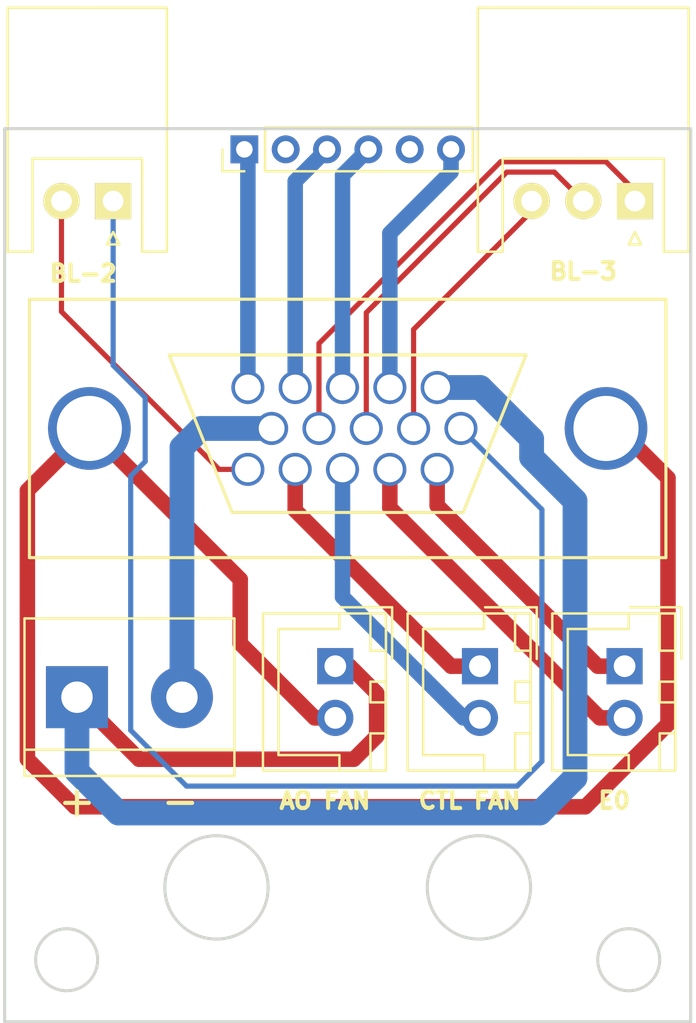
<source format=kicad_pcb>
(kicad_pcb (version 4) (host pcbnew 4.0.7)

  (general
    (links 18)
    (no_connects 0)
    (area 99.924999 99.924999 133.275001 143.275001)
    (thickness 1.6)
    (drawings 15)
    (tracks 78)
    (zones 0)
    (modules 8)
    (nets 19)
  )

  (page A4)
  (layers
    (0 F.Cu signal)
    (31 B.Cu signal)
    (32 B.Adhes user)
    (33 F.Adhes user)
    (34 B.Paste user)
    (35 F.Paste user)
    (36 B.SilkS user)
    (37 F.SilkS user)
    (38 B.Mask user)
    (39 F.Mask user)
    (40 Dwgs.User user)
    (41 Cmts.User user)
    (42 Eco1.User user)
    (43 Eco2.User user)
    (44 Edge.Cuts user)
    (45 Margin user)
    (46 B.CrtYd user)
    (47 F.CrtYd user)
    (48 B.Fab user)
    (49 F.Fab user)
  )

  (setup
    (last_trace_width 0.75)
    (user_trace_width 0.5)
    (user_trace_width 0.75)
    (user_trace_width 1.2)
    (trace_clearance 0.2)
    (zone_clearance 0.508)
    (zone_45_only no)
    (trace_min 0.2)
    (segment_width 0.2)
    (edge_width 0.15)
    (via_size 0.6)
    (via_drill 0.4)
    (via_min_size 0.4)
    (via_min_drill 0.3)
    (uvia_size 0.3)
    (uvia_drill 0.1)
    (uvias_allowed no)
    (uvia_min_size 0.2)
    (uvia_min_drill 0.1)
    (pcb_text_width 0.3)
    (pcb_text_size 1.5 1.5)
    (mod_edge_width 0.15)
    (mod_text_size 1 1)
    (mod_text_width 0.15)
    (pad_size 1.524 1.524)
    (pad_drill 0.762)
    (pad_to_mask_clearance 0.2)
    (aux_axis_origin 0 0)
    (visible_elements FFFFF77F)
    (pcbplotparams
      (layerselection 0x00030_80000001)
      (usegerberextensions false)
      (excludeedgelayer true)
      (linewidth 0.100000)
      (plotframeref false)
      (viasonmask false)
      (mode 1)
      (useauxorigin false)
      (hpglpennumber 1)
      (hpglpenspeed 20)
      (hpglpendiameter 15)
      (hpglpenoverlay 2)
      (psnegative false)
      (psa4output false)
      (plotreference true)
      (plotvalue true)
      (plotinvisibletext false)
      (padsonsilk false)
      (subtractmaskfromsilk false)
      (outputformat 1)
      (mirror false)
      (drillshape 1)
      (scaleselection 1)
      (outputdirectory ""))
  )

  (net 0 "")
  (net 1 BL2_2)
  (net 2 FAN_CTL_2)
  (net 3 FAN_CTL_1)
  (net 4 E0_1)
  (net 5 E0_2)
  (net 6 "Net-(J1-Pad5)")
  (net 7 "Net-(J1-Pad4)")
  (net 8 HEAT_+)
  (net 9 "Net-(J1-Pad2)")
  (net 10 "Net-(J1-Pad3)")
  (net 11 HEAT_-)
  (net 12 BL3_1)
  (net 13 BL3_2)
  (net 14 BL3_3)
  (net 15 GND)
  (net 16 BL2_1)
  (net 17 "Net-(J7-Pad2)")
  (net 18 "Net-(J7-Pad5)")

  (net_class Default "This is the default net class."
    (clearance 0.2)
    (trace_width 0.25)
    (via_dia 0.6)
    (via_drill 0.4)
    (uvia_dia 0.3)
    (uvia_drill 0.1)
    (add_net BL2_1)
    (add_net BL2_2)
    (add_net BL3_1)
    (add_net BL3_2)
    (add_net BL3_3)
    (add_net E0_1)
    (add_net E0_2)
    (add_net FAN_CTL_1)
    (add_net FAN_CTL_2)
    (add_net GND)
    (add_net HEAT_+)
    (add_net HEAT_-)
    (add_net "Net-(J1-Pad2)")
    (add_net "Net-(J1-Pad3)")
    (add_net "Net-(J1-Pad4)")
    (add_net "Net-(J1-Pad5)")
    (add_net "Net-(J7-Pad2)")
    (add_net "Net-(J7-Pad5)")
  )

  (module custom:VGA_Female (layer F.Cu) (tedit 5A2C73A7) (tstamp 5A2C682E)
    (at 116.6 114.5)
    (descr http://cdn.amphenol-icc.com/media/wysiwyg/files/drawing/10090929.pdf)
    (tags "VGA, HD15")
    (path /5A2C37B5)
    (fp_text reference J1 (at 0.508 5.334) (layer F.SilkS) hide
      (effects (font (size 1 1) (thickness 0.15)))
    )
    (fp_text value DB15_Control (at 0 -5.08) (layer F.Fab) hide
      (effects (font (size 1 1) (thickness 0.15)))
    )
    (fp_line (start 0 4.064) (end -5.588 4.064) (layer F.SilkS) (width 0.15))
    (fp_line (start -5.588 4.064) (end -8.636 -3.556) (layer F.SilkS) (width 0.15))
    (fp_line (start 0 -3.556) (end -8.636 -3.556) (layer F.SilkS) (width 0.15))
    (fp_line (start 0 -3.556) (end 8.636 -3.556) (layer F.SilkS) (width 0.15))
    (fp_line (start 8.636 -3.556) (end 5.588 4.064) (layer F.SilkS) (width 0.15))
    (fp_line (start 5.588 4.064) (end 0 4.064) (layer F.SilkS) (width 0.15))
    (fp_line (start 15.4 -6.25) (end 15.4 6.25) (layer F.SilkS) (width 0.15))
    (fp_line (start -15.4 -6.25) (end -15.4 6.25) (layer F.SilkS) (width 0.15))
    (fp_line (start 0 6.25) (end 15.4 6.25) (layer F.SilkS) (width 0.15))
    (fp_line (start -15.4 6.25) (end 0 6.25) (layer F.SilkS) (width 0.15))
    (fp_line (start -15.4 -6.25) (end 0 -6.25) (layer F.SilkS) (width 0.15))
    (fp_line (start 0 -6.25) (end 15.4 -6.25) (layer F.SilkS) (width 0.15))
    (pad 15 thru_hole circle (at -4.83 1.98) (size 1.6 1.6) (drill 1.25) (layers *.Cu *.Mask)
      (net 1 BL2_2))
    (pad 14 thru_hole circle (at -2.54 1.98) (size 1.6 1.6) (drill 1.25) (layers *.Cu *.Mask)
      (net 3 FAN_CTL_1))
    (pad 13 thru_hole circle (at -0.25 1.98) (size 1.6 1.6) (drill 1.25) (layers *.Cu *.Mask)
      (net 2 FAN_CTL_2))
    (pad 12 thru_hole circle (at 2.04 1.98) (size 1.6 1.6) (drill 1.25) (layers *.Cu *.Mask)
      (net 5 E0_2))
    (pad 11 thru_hole circle (at 4.33 1.98) (size 1.6 1.6) (drill 1.25) (layers *.Cu *.Mask)
      (net 4 E0_1))
    (pad 5 thru_hole circle (at -4.83 -1.98) (size 1.6 1.6) (drill 1.25) (layers *.Cu *.Mask)
      (net 6 "Net-(J1-Pad5)"))
    (pad 4 thru_hole circle (at -2.54 -1.98) (size 1.6 1.6) (drill 1.25) (layers *.Cu *.Mask)
      (net 7 "Net-(J1-Pad4)"))
    (pad 1 thru_hole circle (at 4.33 -1.98) (size 1.6 1.6) (drill 1.25) (layers *.Cu *.Mask)
      (net 8 HEAT_+))
    (pad 2 thru_hole circle (at 2.04 -1.98) (size 1.6 1.6) (drill 1.25) (layers *.Cu *.Mask)
      (net 9 "Net-(J1-Pad2)"))
    (pad 3 thru_hole circle (at -0.25 -1.98) (size 1.6 1.6) (drill 1.25) (layers *.Cu *.Mask)
      (net 10 "Net-(J1-Pad3)"))
    (pad 10 thru_hole circle (at -3.68 0) (size 1.6 1.6) (drill 1.25) (layers *.Cu *.Mask)
      (net 11 HEAT_-))
    (pad 9 thru_hole circle (at -1.39 0) (size 1.6 1.6) (drill 1.25) (layers *.Cu *.Mask)
      (net 12 BL3_1))
    (pad 8 thru_hole circle (at 0.9 0) (size 1.6 1.6) (drill 1.25) (layers *.Cu *.Mask)
      (net 13 BL3_2))
    (pad 7 thru_hole circle (at 3.19 0) (size 1.6 1.6) (drill 1.25) (layers *.Cu *.Mask)
      (net 14 BL3_3))
    (pad 0 thru_hole circle (at -12.5 0) (size 4 4) (drill 3.15) (layers *.Cu *.Mask)
      (net 15 GND))
    (pad 0 thru_hole circle (at 12.5 0) (size 4 4) (drill 3.15) (layers *.Cu *.Mask)
      (net 15 GND))
    (pad 6 thru_hole circle (at 5.48 0) (size 1.6 1.6) (drill 1.25) (layers *.Cu *.Mask)
      (net 16 BL2_1))
  )

  (module Connectors_JST:JST_XH_S02B-XH-A_02x2.50mm_Angled (layer F.Cu) (tedit 5A2C81D7) (tstamp 5A2C6834)
    (at 105.25 103.5 180)
    (descr "JST XH series connector, S02B-XH-A, side entry type, through hole")
    (tags "connector jst xh tht side horizontal angled 2.50mm")
    (path /5A2C38A8)
    (fp_text reference J2 (at 1.25 -3.5 180) (layer F.SilkS) hide
      (effects (font (size 1 1) (thickness 0.15)))
    )
    (fp_text value BL-2 (at 1.25 10.3 180) (layer F.Fab) hide
      (effects (font (size 1 1) (thickness 0.15)))
    )
    (fp_line (start -2.45 -2.3) (end -2.45 9.2) (layer F.Fab) (width 0.1))
    (fp_line (start -2.45 9.2) (end 4.95 9.2) (layer F.Fab) (width 0.1))
    (fp_line (start 4.95 9.2) (end 4.95 -2.3) (layer F.Fab) (width 0.1))
    (fp_line (start 4.95 -2.3) (end -2.45 -2.3) (layer F.Fab) (width 0.1))
    (fp_line (start -2.95 -2.8) (end -2.95 9.7) (layer F.CrtYd) (width 0.05))
    (fp_line (start -2.95 9.7) (end 5.45 9.7) (layer F.CrtYd) (width 0.05))
    (fp_line (start 5.45 9.7) (end 5.45 -2.8) (layer F.CrtYd) (width 0.05))
    (fp_line (start 5.45 -2.8) (end -2.95 -2.8) (layer F.CrtYd) (width 0.05))
    (fp_line (start 1.25 9.35) (end -2.6 9.35) (layer F.SilkS) (width 0.12))
    (fp_line (start -2.6 9.35) (end -2.6 -2.45) (layer F.SilkS) (width 0.12))
    (fp_line (start -2.6 -2.45) (end -1.4 -2.45) (layer F.SilkS) (width 0.12))
    (fp_line (start -1.4 -2.45) (end -1.4 2.05) (layer F.SilkS) (width 0.12))
    (fp_line (start -1.4 2.05) (end 1.25 2.05) (layer F.SilkS) (width 0.12))
    (fp_line (start 1.25 9.35) (end 5.1 9.35) (layer F.SilkS) (width 0.12))
    (fp_line (start 5.1 9.35) (end 5.1 -2.45) (layer F.SilkS) (width 0.12))
    (fp_line (start 5.1 -2.45) (end 3.9 -2.45) (layer F.SilkS) (width 0.12))
    (fp_line (start 3.9 -2.45) (end 3.9 2.05) (layer F.SilkS) (width 0.12))
    (fp_line (start 3.9 2.05) (end 1.25 2.05) (layer F.SilkS) (width 0.12))
    (fp_line (start -0.25 3.45) (end -0.25 8.7) (layer F.Fab) (width 0.1))
    (fp_line (start -0.25 8.7) (end 0.25 8.7) (layer F.Fab) (width 0.1))
    (fp_line (start 0.25 8.7) (end 0.25 3.45) (layer F.Fab) (width 0.1))
    (fp_line (start 0.25 3.45) (end -0.25 3.45) (layer F.Fab) (width 0.1))
    (fp_line (start 2.25 3.45) (end 2.25 8.7) (layer F.Fab) (width 0.1))
    (fp_line (start 2.25 8.7) (end 2.75 8.7) (layer F.Fab) (width 0.1))
    (fp_line (start 2.75 8.7) (end 2.75 3.45) (layer F.Fab) (width 0.1))
    (fp_line (start 2.75 3.45) (end 2.25 3.45) (layer F.Fab) (width 0.1))
    (fp_line (start 0 -1.5) (end -0.3 -2.1) (layer F.SilkS) (width 0.12))
    (fp_line (start -0.3 -2.1) (end 0.3 -2.1) (layer F.SilkS) (width 0.12))
    (fp_line (start 0.3 -2.1) (end 0 -1.5) (layer F.SilkS) (width 0.12))
    (fp_line (start 0 -1.5) (end -0.3 -2.1) (layer F.Fab) (width 0.1))
    (fp_line (start -0.3 -2.1) (end 0.3 -2.1) (layer F.Fab) (width 0.1))
    (fp_line (start 0.3 -2.1) (end 0 -1.5) (layer F.Fab) (width 0.1))
    (fp_text user %R (at 1.25 2.25 180) (layer F.Fab)
      (effects (font (size 1 1) (thickness 0.15)))
    )
    (pad 1 thru_hole rect (at 0 0 180) (size 1.75 1.75) (drill 1) (layers *.Cu *.Mask F.SilkS)
      (net 16 BL2_1))
    (pad 2 thru_hole circle (at 2.5 0 180) (size 1.75 1.75) (drill 1) (layers *.Cu *.Mask F.SilkS)
      (net 1 BL2_2))
    (model Connectors_JST.3dshapes/JST_XH_S02B-XH-A_02x2.50mm_Angled.wrl
      (at (xyz 0 0 0))
      (scale (xyz 1 1 1))
      (rotate (xyz 0 0 0))
    )
  )

  (module Connectors_JST:JST_XH_S03B-XH-A_03x2.50mm_Angled (layer F.Cu) (tedit 5A2C81E2) (tstamp 5A2C683B)
    (at 130.5 103.5 180)
    (descr "JST XH series connector, S03B-XH-A, side entry type, through hole")
    (tags "connector jst xh tht side horizontal angled 2.50mm")
    (path /5A2C4585)
    (fp_text reference J3 (at 2.5 -3.5 180) (layer F.SilkS) hide
      (effects (font (size 1 1) (thickness 0.15)))
    )
    (fp_text value BL-3 (at 2.5 10.3 180) (layer F.Fab) hide
      (effects (font (size 1 1) (thickness 0.15)))
    )
    (fp_line (start -2.45 -2.3) (end -2.45 9.2) (layer F.Fab) (width 0.1))
    (fp_line (start -2.45 9.2) (end 7.45 9.2) (layer F.Fab) (width 0.1))
    (fp_line (start 7.45 9.2) (end 7.45 -2.3) (layer F.Fab) (width 0.1))
    (fp_line (start 7.45 -2.3) (end -2.45 -2.3) (layer F.Fab) (width 0.1))
    (fp_line (start -2.95 -2.8) (end -2.95 9.7) (layer F.CrtYd) (width 0.05))
    (fp_line (start -2.95 9.7) (end 7.95 9.7) (layer F.CrtYd) (width 0.05))
    (fp_line (start 7.95 9.7) (end 7.95 -2.8) (layer F.CrtYd) (width 0.05))
    (fp_line (start 7.95 -2.8) (end -2.95 -2.8) (layer F.CrtYd) (width 0.05))
    (fp_line (start 2.5 9.35) (end -2.6 9.35) (layer F.SilkS) (width 0.12))
    (fp_line (start -2.6 9.35) (end -2.6 -2.45) (layer F.SilkS) (width 0.12))
    (fp_line (start -2.6 -2.45) (end -1.4 -2.45) (layer F.SilkS) (width 0.12))
    (fp_line (start -1.4 -2.45) (end -1.4 2.05) (layer F.SilkS) (width 0.12))
    (fp_line (start -1.4 2.05) (end 2.5 2.05) (layer F.SilkS) (width 0.12))
    (fp_line (start 2.5 9.35) (end 7.6 9.35) (layer F.SilkS) (width 0.12))
    (fp_line (start 7.6 9.35) (end 7.6 -2.45) (layer F.SilkS) (width 0.12))
    (fp_line (start 7.6 -2.45) (end 6.4 -2.45) (layer F.SilkS) (width 0.12))
    (fp_line (start 6.4 -2.45) (end 6.4 2.05) (layer F.SilkS) (width 0.12))
    (fp_line (start 6.4 2.05) (end 2.5 2.05) (layer F.SilkS) (width 0.12))
    (fp_line (start -0.25 3.45) (end -0.25 8.7) (layer F.Fab) (width 0.1))
    (fp_line (start -0.25 8.7) (end 0.25 8.7) (layer F.Fab) (width 0.1))
    (fp_line (start 0.25 8.7) (end 0.25 3.45) (layer F.Fab) (width 0.1))
    (fp_line (start 0.25 3.45) (end -0.25 3.45) (layer F.Fab) (width 0.1))
    (fp_line (start 2.25 3.45) (end 2.25 8.7) (layer F.Fab) (width 0.1))
    (fp_line (start 2.25 8.7) (end 2.75 8.7) (layer F.Fab) (width 0.1))
    (fp_line (start 2.75 8.7) (end 2.75 3.45) (layer F.Fab) (width 0.1))
    (fp_line (start 2.75 3.45) (end 2.25 3.45) (layer F.Fab) (width 0.1))
    (fp_line (start 4.75 3.45) (end 4.75 8.7) (layer F.Fab) (width 0.1))
    (fp_line (start 4.75 8.7) (end 5.25 8.7) (layer F.Fab) (width 0.1))
    (fp_line (start 5.25 8.7) (end 5.25 3.45) (layer F.Fab) (width 0.1))
    (fp_line (start 5.25 3.45) (end 4.75 3.45) (layer F.Fab) (width 0.1))
    (fp_line (start 0 -1.5) (end -0.3 -2.1) (layer F.SilkS) (width 0.12))
    (fp_line (start -0.3 -2.1) (end 0.3 -2.1) (layer F.SilkS) (width 0.12))
    (fp_line (start 0.3 -2.1) (end 0 -1.5) (layer F.SilkS) (width 0.12))
    (fp_line (start 0 -1.5) (end -0.3 -2.1) (layer F.Fab) (width 0.1))
    (fp_line (start -0.3 -2.1) (end 0.3 -2.1) (layer F.Fab) (width 0.1))
    (fp_line (start 0.3 -2.1) (end 0 -1.5) (layer F.Fab) (width 0.1))
    (fp_text user %R (at 2.5 2.25 180) (layer F.Fab)
      (effects (font (size 1 1) (thickness 0.15)))
    )
    (pad 1 thru_hole rect (at 0 0 180) (size 1.75 1.75) (drill 1) (layers *.Cu *.Mask F.SilkS)
      (net 12 BL3_1))
    (pad 2 thru_hole circle (at 2.5 0 180) (size 1.75 1.75) (drill 1) (layers *.Cu *.Mask F.SilkS)
      (net 13 BL3_2))
    (pad 3 thru_hole circle (at 5 0 180) (size 1.75 1.75) (drill 1) (layers *.Cu *.Mask F.SilkS)
      (net 14 BL3_3))
    (model Connectors_JST.3dshapes/JST_XH_S03B-XH-A_03x2.50mm_Angled.wrl
      (at (xyz 0 0 0))
      (scale (xyz 1 1 1))
      (rotate (xyz 0 0 0))
    )
  )

  (module Connectors_JST:JST_XH_B02B-XH-A_02x2.50mm_Straight (layer F.Cu) (tedit 5A2C6FA5) (tstamp 5A2C6841)
    (at 123 126 270)
    (descr "JST XH series connector, B02B-XH-A, top entry type, through hole")
    (tags "connector jst xh tht top vertical 2.50mm")
    (path /5A2C38DD)
    (fp_text reference J4 (at 1.25 -3.5 270) (layer F.SilkS) hide
      (effects (font (size 1 1) (thickness 0.15)))
    )
    (fp_text value FAN_CTL (at 1.25 4.5 270) (layer F.Fab) hide
      (effects (font (size 1 1) (thickness 0.15)))
    )
    (fp_line (start -2.45 -2.35) (end -2.45 3.4) (layer F.Fab) (width 0.1))
    (fp_line (start -2.45 3.4) (end 4.95 3.4) (layer F.Fab) (width 0.1))
    (fp_line (start 4.95 3.4) (end 4.95 -2.35) (layer F.Fab) (width 0.1))
    (fp_line (start 4.95 -2.35) (end -2.45 -2.35) (layer F.Fab) (width 0.1))
    (fp_line (start -2.95 -2.85) (end -2.95 3.9) (layer F.CrtYd) (width 0.05))
    (fp_line (start -2.95 3.9) (end 5.45 3.9) (layer F.CrtYd) (width 0.05))
    (fp_line (start 5.45 3.9) (end 5.45 -2.85) (layer F.CrtYd) (width 0.05))
    (fp_line (start 5.45 -2.85) (end -2.95 -2.85) (layer F.CrtYd) (width 0.05))
    (fp_line (start -2.55 -2.45) (end -2.55 3.5) (layer F.SilkS) (width 0.12))
    (fp_line (start -2.55 3.5) (end 5.05 3.5) (layer F.SilkS) (width 0.12))
    (fp_line (start 5.05 3.5) (end 5.05 -2.45) (layer F.SilkS) (width 0.12))
    (fp_line (start 5.05 -2.45) (end -2.55 -2.45) (layer F.SilkS) (width 0.12))
    (fp_line (start 0.75 -2.45) (end 0.75 -1.7) (layer F.SilkS) (width 0.12))
    (fp_line (start 0.75 -1.7) (end 1.75 -1.7) (layer F.SilkS) (width 0.12))
    (fp_line (start 1.75 -1.7) (end 1.75 -2.45) (layer F.SilkS) (width 0.12))
    (fp_line (start 1.75 -2.45) (end 0.75 -2.45) (layer F.SilkS) (width 0.12))
    (fp_line (start -2.55 -2.45) (end -2.55 -1.7) (layer F.SilkS) (width 0.12))
    (fp_line (start -2.55 -1.7) (end -0.75 -1.7) (layer F.SilkS) (width 0.12))
    (fp_line (start -0.75 -1.7) (end -0.75 -2.45) (layer F.SilkS) (width 0.12))
    (fp_line (start -0.75 -2.45) (end -2.55 -2.45) (layer F.SilkS) (width 0.12))
    (fp_line (start 3.25 -2.45) (end 3.25 -1.7) (layer F.SilkS) (width 0.12))
    (fp_line (start 3.25 -1.7) (end 5.05 -1.7) (layer F.SilkS) (width 0.12))
    (fp_line (start 5.05 -1.7) (end 5.05 -2.45) (layer F.SilkS) (width 0.12))
    (fp_line (start 5.05 -2.45) (end 3.25 -2.45) (layer F.SilkS) (width 0.12))
    (fp_line (start -2.55 -0.2) (end -1.8 -0.2) (layer F.SilkS) (width 0.12))
    (fp_line (start -1.8 -0.2) (end -1.8 2.75) (layer F.SilkS) (width 0.12))
    (fp_line (start -1.8 2.75) (end 1.25 2.75) (layer F.SilkS) (width 0.12))
    (fp_line (start 5.05 -0.2) (end 4.3 -0.2) (layer F.SilkS) (width 0.12))
    (fp_line (start 4.3 -0.2) (end 4.3 2.75) (layer F.SilkS) (width 0.12))
    (fp_line (start 4.3 2.75) (end 1.25 2.75) (layer F.SilkS) (width 0.12))
    (fp_line (start -0.35 -2.75) (end -2.85 -2.75) (layer F.SilkS) (width 0.12))
    (fp_line (start -2.85 -2.75) (end -2.85 -0.25) (layer F.SilkS) (width 0.12))
    (fp_line (start -0.35 -2.75) (end -2.85 -2.75) (layer F.Fab) (width 0.1))
    (fp_line (start -2.85 -2.75) (end -2.85 -0.25) (layer F.Fab) (width 0.1))
    (fp_text user %R (at 1.25 2.5 270) (layer F.Fab)
      (effects (font (size 1 1) (thickness 0.15)))
    )
    (pad 1 thru_hole rect (at 0 0 270) (size 1.75 1.75) (drill 1.05) (layers *.Cu *.Mask)
      (net 3 FAN_CTL_1))
    (pad 2 thru_hole circle (at 2.5 0 270) (size 1.75 1.75) (drill 1.05) (layers *.Cu *.Mask)
      (net 2 FAN_CTL_2))
    (model Connectors_JST.3dshapes/JST_XH_B02B-XH-A_02x2.50mm_Straight.wrl
      (at (xyz 0 0 0))
      (scale (xyz 1 1 1))
      (rotate (xyz 0 0 0))
    )
  )

  (module Connectors_JST:JST_XH_B02B-XH-A_02x2.50mm_Straight (layer F.Cu) (tedit 5A2C6F78) (tstamp 5A2C6847)
    (at 116 126 270)
    (descr "JST XH series connector, B02B-XH-A, top entry type, through hole")
    (tags "connector jst xh tht top vertical 2.50mm")
    (path /5A2C3900)
    (fp_text reference J5 (at 1.25 -3.5 270) (layer F.SilkS) hide
      (effects (font (size 1 1) (thickness 0.15)))
    )
    (fp_text value FAN_AO (at 1.25 4.5 270) (layer F.Fab) hide
      (effects (font (size 1 1) (thickness 0.15)))
    )
    (fp_line (start -2.45 -2.35) (end -2.45 3.4) (layer F.Fab) (width 0.1))
    (fp_line (start -2.45 3.4) (end 4.95 3.4) (layer F.Fab) (width 0.1))
    (fp_line (start 4.95 3.4) (end 4.95 -2.35) (layer F.Fab) (width 0.1))
    (fp_line (start 4.95 -2.35) (end -2.45 -2.35) (layer F.Fab) (width 0.1))
    (fp_line (start -2.95 -2.85) (end -2.95 3.9) (layer F.CrtYd) (width 0.05))
    (fp_line (start -2.95 3.9) (end 5.45 3.9) (layer F.CrtYd) (width 0.05))
    (fp_line (start 5.45 3.9) (end 5.45 -2.85) (layer F.CrtYd) (width 0.05))
    (fp_line (start 5.45 -2.85) (end -2.95 -2.85) (layer F.CrtYd) (width 0.05))
    (fp_line (start -2.55 -2.45) (end -2.55 3.5) (layer F.SilkS) (width 0.12))
    (fp_line (start -2.55 3.5) (end 5.05 3.5) (layer F.SilkS) (width 0.12))
    (fp_line (start 5.05 3.5) (end 5.05 -2.45) (layer F.SilkS) (width 0.12))
    (fp_line (start 5.05 -2.45) (end -2.55 -2.45) (layer F.SilkS) (width 0.12))
    (fp_line (start 0.75 -2.45) (end 0.75 -1.7) (layer F.SilkS) (width 0.12))
    (fp_line (start 0.75 -1.7) (end 1.75 -1.7) (layer F.SilkS) (width 0.12))
    (fp_line (start 1.75 -1.7) (end 1.75 -2.45) (layer F.SilkS) (width 0.12))
    (fp_line (start 1.75 -2.45) (end 0.75 -2.45) (layer F.SilkS) (width 0.12))
    (fp_line (start -2.55 -2.45) (end -2.55 -1.7) (layer F.SilkS) (width 0.12))
    (fp_line (start -2.55 -1.7) (end -0.75 -1.7) (layer F.SilkS) (width 0.12))
    (fp_line (start -0.75 -1.7) (end -0.75 -2.45) (layer F.SilkS) (width 0.12))
    (fp_line (start -0.75 -2.45) (end -2.55 -2.45) (layer F.SilkS) (width 0.12))
    (fp_line (start 3.25 -2.45) (end 3.25 -1.7) (layer F.SilkS) (width 0.12))
    (fp_line (start 3.25 -1.7) (end 5.05 -1.7) (layer F.SilkS) (width 0.12))
    (fp_line (start 5.05 -1.7) (end 5.05 -2.45) (layer F.SilkS) (width 0.12))
    (fp_line (start 5.05 -2.45) (end 3.25 -2.45) (layer F.SilkS) (width 0.12))
    (fp_line (start -2.55 -0.2) (end -1.8 -0.2) (layer F.SilkS) (width 0.12))
    (fp_line (start -1.8 -0.2) (end -1.8 2.75) (layer F.SilkS) (width 0.12))
    (fp_line (start -1.8 2.75) (end 1.25 2.75) (layer F.SilkS) (width 0.12))
    (fp_line (start 5.05 -0.2) (end 4.3 -0.2) (layer F.SilkS) (width 0.12))
    (fp_line (start 4.3 -0.2) (end 4.3 2.75) (layer F.SilkS) (width 0.12))
    (fp_line (start 4.3 2.75) (end 1.25 2.75) (layer F.SilkS) (width 0.12))
    (fp_line (start -0.35 -2.75) (end -2.85 -2.75) (layer F.SilkS) (width 0.12))
    (fp_line (start -2.85 -2.75) (end -2.85 -0.25) (layer F.SilkS) (width 0.12))
    (fp_line (start -0.35 -2.75) (end -2.85 -2.75) (layer F.Fab) (width 0.1))
    (fp_line (start -2.85 -2.75) (end -2.85 -0.25) (layer F.Fab) (width 0.1))
    (fp_text user %R (at 1.25 2.5 270) (layer F.Fab)
      (effects (font (size 1 1) (thickness 0.15)))
    )
    (pad 1 thru_hole rect (at 0 0 270) (size 1.75 1.75) (drill 1.05) (layers *.Cu *.Mask)
      (net 8 HEAT_+))
    (pad 2 thru_hole circle (at 2.5 0 270) (size 1.75 1.75) (drill 1.05) (layers *.Cu *.Mask)
      (net 15 GND))
    (model Connectors_JST.3dshapes/JST_XH_B02B-XH-A_02x2.50mm_Straight.wrl
      (at (xyz 0 0 0))
      (scale (xyz 1 1 1))
      (rotate (xyz 0 0 0))
    )
  )

  (module Connectors_JST:JST_XH_B02B-XH-A_02x2.50mm_Straight (layer F.Cu) (tedit 5A2C6FB1) (tstamp 5A2C684D)
    (at 130 126 270)
    (descr "JST XH series connector, B02B-XH-A, top entry type, through hole")
    (tags "connector jst xh tht top vertical 2.50mm")
    (path /5A2C3928)
    (fp_text reference J6 (at 1.25 -3.5 270) (layer F.SilkS) hide
      (effects (font (size 1 1) (thickness 0.15)))
    )
    (fp_text value EO (at 1.25 4.5 270) (layer F.Fab) hide
      (effects (font (size 1 1) (thickness 0.15)))
    )
    (fp_line (start -2.45 -2.35) (end -2.45 3.4) (layer F.Fab) (width 0.1))
    (fp_line (start -2.45 3.4) (end 4.95 3.4) (layer F.Fab) (width 0.1))
    (fp_line (start 4.95 3.4) (end 4.95 -2.35) (layer F.Fab) (width 0.1))
    (fp_line (start 4.95 -2.35) (end -2.45 -2.35) (layer F.Fab) (width 0.1))
    (fp_line (start -2.95 -2.85) (end -2.95 3.9) (layer F.CrtYd) (width 0.05))
    (fp_line (start -2.95 3.9) (end 5.45 3.9) (layer F.CrtYd) (width 0.05))
    (fp_line (start 5.45 3.9) (end 5.45 -2.85) (layer F.CrtYd) (width 0.05))
    (fp_line (start 5.45 -2.85) (end -2.95 -2.85) (layer F.CrtYd) (width 0.05))
    (fp_line (start -2.55 -2.45) (end -2.55 3.5) (layer F.SilkS) (width 0.12))
    (fp_line (start -2.55 3.5) (end 5.05 3.5) (layer F.SilkS) (width 0.12))
    (fp_line (start 5.05 3.5) (end 5.05 -2.45) (layer F.SilkS) (width 0.12))
    (fp_line (start 5.05 -2.45) (end -2.55 -2.45) (layer F.SilkS) (width 0.12))
    (fp_line (start 0.75 -2.45) (end 0.75 -1.7) (layer F.SilkS) (width 0.12))
    (fp_line (start 0.75 -1.7) (end 1.75 -1.7) (layer F.SilkS) (width 0.12))
    (fp_line (start 1.75 -1.7) (end 1.75 -2.45) (layer F.SilkS) (width 0.12))
    (fp_line (start 1.75 -2.45) (end 0.75 -2.45) (layer F.SilkS) (width 0.12))
    (fp_line (start -2.55 -2.45) (end -2.55 -1.7) (layer F.SilkS) (width 0.12))
    (fp_line (start -2.55 -1.7) (end -0.75 -1.7) (layer F.SilkS) (width 0.12))
    (fp_line (start -0.75 -1.7) (end -0.75 -2.45) (layer F.SilkS) (width 0.12))
    (fp_line (start -0.75 -2.45) (end -2.55 -2.45) (layer F.SilkS) (width 0.12))
    (fp_line (start 3.25 -2.45) (end 3.25 -1.7) (layer F.SilkS) (width 0.12))
    (fp_line (start 3.25 -1.7) (end 5.05 -1.7) (layer F.SilkS) (width 0.12))
    (fp_line (start 5.05 -1.7) (end 5.05 -2.45) (layer F.SilkS) (width 0.12))
    (fp_line (start 5.05 -2.45) (end 3.25 -2.45) (layer F.SilkS) (width 0.12))
    (fp_line (start -2.55 -0.2) (end -1.8 -0.2) (layer F.SilkS) (width 0.12))
    (fp_line (start -1.8 -0.2) (end -1.8 2.75) (layer F.SilkS) (width 0.12))
    (fp_line (start -1.8 2.75) (end 1.25 2.75) (layer F.SilkS) (width 0.12))
    (fp_line (start 5.05 -0.2) (end 4.3 -0.2) (layer F.SilkS) (width 0.12))
    (fp_line (start 4.3 -0.2) (end 4.3 2.75) (layer F.SilkS) (width 0.12))
    (fp_line (start 4.3 2.75) (end 1.25 2.75) (layer F.SilkS) (width 0.12))
    (fp_line (start -0.35 -2.75) (end -2.85 -2.75) (layer F.SilkS) (width 0.12))
    (fp_line (start -2.85 -2.75) (end -2.85 -0.25) (layer F.SilkS) (width 0.12))
    (fp_line (start -0.35 -2.75) (end -2.85 -2.75) (layer F.Fab) (width 0.1))
    (fp_line (start -2.85 -2.75) (end -2.85 -0.25) (layer F.Fab) (width 0.1))
    (fp_text user %R (at 1.25 2.5 270) (layer F.Fab)
      (effects (font (size 1 1) (thickness 0.15)))
    )
    (pad 1 thru_hole rect (at 0 0 270) (size 1.75 1.75) (drill 1.05) (layers *.Cu *.Mask)
      (net 4 E0_1))
    (pad 2 thru_hole circle (at 2.5 0 270) (size 1.75 1.75) (drill 1.05) (layers *.Cu *.Mask)
      (net 5 E0_2))
    (model Connectors_JST.3dshapes/JST_XH_B02B-XH-A_02x2.50mm_Straight.wrl
      (at (xyz 0 0 0))
      (scale (xyz 1 1 1))
      (rotate (xyz 0 0 0))
    )
  )

  (module Pin_Headers:Pin_Header_Straight_1x06_Pitch2.00mm (layer F.Cu) (tedit 5A2C81F4) (tstamp 5A2C6857)
    (at 111.6 101 90)
    (descr "Through hole straight pin header, 1x06, 2.00mm pitch, single row")
    (tags "Through hole pin header THT 1x06 2.00mm single row")
    (path /5A2C46D0)
    (fp_text reference J7 (at 0 -2.06 90) (layer F.SilkS) hide
      (effects (font (size 1 1) (thickness 0.15)))
    )
    (fp_text value Stepper (at 0 12.06 90) (layer F.Fab) hide
      (effects (font (size 1 1) (thickness 0.15)))
    )
    (fp_line (start -0.5 -1) (end 1 -1) (layer F.Fab) (width 0.1))
    (fp_line (start 1 -1) (end 1 11) (layer F.Fab) (width 0.1))
    (fp_line (start 1 11) (end -1 11) (layer F.Fab) (width 0.1))
    (fp_line (start -1 11) (end -1 -0.5) (layer F.Fab) (width 0.1))
    (fp_line (start -1 -0.5) (end -0.5 -1) (layer F.Fab) (width 0.1))
    (fp_line (start -1.06 11.06) (end 1.06 11.06) (layer F.SilkS) (width 0.12))
    (fp_line (start -1.06 1) (end -1.06 11.06) (layer F.SilkS) (width 0.12))
    (fp_line (start 1.06 1) (end 1.06 11.06) (layer F.SilkS) (width 0.12))
    (fp_line (start -1.06 1) (end 1.06 1) (layer F.SilkS) (width 0.12))
    (fp_line (start -1.06 0) (end -1.06 -1.06) (layer F.SilkS) (width 0.12))
    (fp_line (start -1.06 -1.06) (end 0 -1.06) (layer F.SilkS) (width 0.12))
    (fp_line (start -1.5 -1.5) (end -1.5 11.5) (layer F.CrtYd) (width 0.05))
    (fp_line (start -1.5 11.5) (end 1.5 11.5) (layer F.CrtYd) (width 0.05))
    (fp_line (start 1.5 11.5) (end 1.5 -1.5) (layer F.CrtYd) (width 0.05))
    (fp_line (start 1.5 -1.5) (end -1.5 -1.5) (layer F.CrtYd) (width 0.05))
    (fp_text user %R (at 0 5 180) (layer F.Fab)
      (effects (font (size 1 1) (thickness 0.15)))
    )
    (pad 1 thru_hole rect (at 0 0 90) (size 1.35 1.35) (drill 0.8) (layers *.Cu *.Mask)
      (net 6 "Net-(J1-Pad5)"))
    (pad 2 thru_hole oval (at 0 2 90) (size 1.35 1.35) (drill 0.8) (layers *.Cu *.Mask)
      (net 17 "Net-(J7-Pad2)"))
    (pad 3 thru_hole oval (at 0 4 90) (size 1.35 1.35) (drill 0.8) (layers *.Cu *.Mask)
      (net 7 "Net-(J1-Pad4)"))
    (pad 4 thru_hole oval (at 0 6 90) (size 1.35 1.35) (drill 0.8) (layers *.Cu *.Mask)
      (net 10 "Net-(J1-Pad3)"))
    (pad 5 thru_hole oval (at 0 8 90) (size 1.35 1.35) (drill 0.8) (layers *.Cu *.Mask)
      (net 18 "Net-(J7-Pad5)"))
    (pad 6 thru_hole oval (at 0 10 90) (size 1.35 1.35) (drill 0.8) (layers *.Cu *.Mask)
      (net 9 "Net-(J1-Pad2)"))
    (model ${KISYS3DMOD}/Pin_Headers.3dshapes/Pin_Header_Straight_1x06_Pitch2.00mm.wrl
      (at (xyz 0 0 0))
      (scale (xyz 1 1 1))
      (rotate (xyz 0 0 0))
    )
  )

  (module Connectors_Terminal_Blocks:TerminalBlock_bornier-2_P5.08mm (layer F.Cu) (tedit 5A2C81EB) (tstamp 5A2C685D)
    (at 103.5 127.5)
    (descr "simple 2-pin terminal block, pitch 5.08mm, revamped version of bornier2")
    (tags "terminal block bornier2")
    (path /5A2C48EE)
    (fp_text reference J8 (at 2.54 -5.08) (layer F.SilkS) hide
      (effects (font (size 1 1) (thickness 0.15)))
    )
    (fp_text value HEAT (at 2.54 5.08) (layer F.Fab) hide
      (effects (font (size 1 1) (thickness 0.15)))
    )
    (fp_text user %R (at 2.54 0) (layer F.Fab)
      (effects (font (size 1 1) (thickness 0.15)))
    )
    (fp_line (start -2.41 2.55) (end 7.49 2.55) (layer F.Fab) (width 0.1))
    (fp_line (start -2.46 -3.75) (end -2.46 3.75) (layer F.Fab) (width 0.1))
    (fp_line (start -2.46 3.75) (end 7.54 3.75) (layer F.Fab) (width 0.1))
    (fp_line (start 7.54 3.75) (end 7.54 -3.75) (layer F.Fab) (width 0.1))
    (fp_line (start 7.54 -3.75) (end -2.46 -3.75) (layer F.Fab) (width 0.1))
    (fp_line (start 7.62 2.54) (end -2.54 2.54) (layer F.SilkS) (width 0.12))
    (fp_line (start 7.62 3.81) (end 7.62 -3.81) (layer F.SilkS) (width 0.12))
    (fp_line (start 7.62 -3.81) (end -2.54 -3.81) (layer F.SilkS) (width 0.12))
    (fp_line (start -2.54 -3.81) (end -2.54 3.81) (layer F.SilkS) (width 0.12))
    (fp_line (start -2.54 3.81) (end 7.62 3.81) (layer F.SilkS) (width 0.12))
    (fp_line (start -2.71 -4) (end 7.79 -4) (layer F.CrtYd) (width 0.05))
    (fp_line (start -2.71 -4) (end -2.71 4) (layer F.CrtYd) (width 0.05))
    (fp_line (start 7.79 4) (end 7.79 -4) (layer F.CrtYd) (width 0.05))
    (fp_line (start 7.79 4) (end -2.71 4) (layer F.CrtYd) (width 0.05))
    (pad 1 thru_hole rect (at 0 0) (size 3 3) (drill 1.52) (layers *.Cu *.Mask)
      (net 8 HEAT_+))
    (pad 2 thru_hole circle (at 5.08 0) (size 3 3) (drill 1.52) (layers *.Cu *.Mask)
      (net 11 HEAT_-))
    (model ${KISYS3DMOD}/Terminal_Blocks.3dshapes/TerminalBlock_bornier-2_P5.08mm.wrl
      (at (xyz 0.1 0 0))
      (scale (xyz 1 1 1))
      (rotate (xyz 0 0 0))
    )
  )

  (gr_text BL-3 (at 128 106.9) (layer F.SilkS)
    (effects (font (size 0.8 0.8) (thickness 0.2)))
  )
  (gr_text BL-2 (at 103.8 107) (layer F.SilkS)
    (effects (font (size 0.8 0.8) (thickness 0.2)))
  )
  (gr_text - (at 108.5 132.5) (layer F.SilkS)
    (effects (font (size 1.5 1.5) (thickness 0.2)))
  )
  (gr_text + (at 103.5 132.5) (layer F.SilkS)
    (effects (font (size 1.5 1.5) (thickness 0.2)))
  )
  (gr_text E0 (at 129.5 132.5) (layer F.SilkS)
    (effects (font (size 0.8 0.8) (thickness 0.2)))
  )
  (gr_text "CTL FAN" (at 122.5 132.5) (layer F.SilkS)
    (effects (font (size 0.8 0.8) (thickness 0.2)))
  )
  (gr_text "AO FAN" (at 115.5 132.5) (layer F.SilkS)
    (effects (font (size 0.8 0.8) (thickness 0.2)))
  )
  (gr_circle (center 122.95 136.7) (end 125.45 136.7) (layer Edge.Cuts) (width 0.15) (tstamp 5A2C6C7E))
  (gr_circle (center 110.25 136.7) (end 112.75 136.7) (layer Edge.Cuts) (width 0.15))
  (gr_circle (center 130.2 140.2) (end 131.7 140.2) (layer Edge.Cuts) (width 0.15))
  (gr_circle (center 103 140.2) (end 104.5 140.2) (layer Edge.Cuts) (width 0.15))
  (gr_line (start 100 143.2) (end 133.2 143.2) (angle 90) (layer Edge.Cuts) (width 0.15))
  (gr_line (start 133.2 100) (end 133.2 143.2) (angle 90) (layer Edge.Cuts) (width 0.15))
  (gr_line (start 100 100) (end 100 143.2) (angle 90) (layer Edge.Cuts) (width 0.15))
  (gr_line (start 100 100) (end 133.2 100) (angle 90) (layer Edge.Cuts) (width 0.15))

  (segment (start 102.75 103.5) (end 102.75 108.85) (width 0.25) (layer F.Cu) (net 1))
  (segment (start 110.38 116.48) (end 111.77 116.48) (width 0.25) (layer F.Cu) (net 1) (tstamp 5A2C74AF))
  (segment (start 102.75 108.85) (end 110.38 116.48) (width 0.25) (layer F.Cu) (net 1) (tstamp 5A2C74A9))
  (segment (start 123 128.5) (end 122.2 128.5) (width 0.75) (layer B.Cu) (net 2))
  (segment (start 122.2 128.5) (end 116.35 122.65) (width 0.75) (layer B.Cu) (net 2) (tstamp 5A2C76E9))
  (segment (start 116.35 122.65) (end 116.35 116.48) (width 0.75) (layer B.Cu) (net 2) (tstamp 5A2C76EC))
  (segment (start 123 126) (end 121.6 126) (width 0.75) (layer F.Cu) (net 3))
  (segment (start 114.06 118.46) (end 114.06 116.48) (width 0.75) (layer F.Cu) (net 3) (tstamp 5A2C76DF))
  (segment (start 121.6 126) (end 114.06 118.46) (width 0.75) (layer F.Cu) (net 3) (tstamp 5A2C76DA))
  (segment (start 130 126) (end 128.7 126) (width 0.75) (layer F.Cu) (net 4))
  (segment (start 120.93 118.23) (end 120.93 116.48) (width 0.75) (layer F.Cu) (net 4) (tstamp 5A2C75F9))
  (segment (start 128.7 126) (end 120.93 118.23) (width 0.75) (layer F.Cu) (net 4) (tstamp 5A2C75F8))
  (segment (start 130 128.5) (end 128.8 128.5) (width 0.75) (layer F.Cu) (net 5))
  (segment (start 118.64 118.34) (end 118.64 116.48) (width 0.75) (layer F.Cu) (net 5) (tstamp 5A2C75F5))
  (segment (start 128.8 128.5) (end 118.64 118.34) (width 0.75) (layer F.Cu) (net 5) (tstamp 5A2C75F2))
  (segment (start 130 128.5) (end 129.3 128.5) (width 0.75) (layer F.Cu) (net 5))
  (segment (start 111.77 112.52) (end 111.77 101.17) (width 0.75) (layer B.Cu) (net 6))
  (segment (start 111.77 101.17) (end 111.6 101) (width 0.75) (layer B.Cu) (net 6) (tstamp 5A2C750F))
  (segment (start 111.77 101.17) (end 111.6 101) (width 0.5) (layer B.Cu) (net 6) (tstamp 5A2C72A4))
  (segment (start 114.06 112.52) (end 114.06 102.54) (width 0.75) (layer B.Cu) (net 7))
  (segment (start 114.06 102.54) (end 115.6 101) (width 0.75) (layer B.Cu) (net 7) (tstamp 5A2C7512))
  (segment (start 120.93 112.52) (end 123.02 112.52) (width 1.2) (layer B.Cu) (net 8))
  (segment (start 103.5 131.1) (end 103.5 127.5) (width 1.2) (layer B.Cu) (net 8) (tstamp 5A2C8310))
  (segment (start 105.5 133.1) (end 103.5 131.1) (width 1.2) (layer B.Cu) (net 8) (tstamp 5A2C830E))
  (segment (start 125.9 133.1) (end 105.5 133.1) (width 1.2) (layer B.Cu) (net 8) (tstamp 5A2C830B))
  (segment (start 127.6 131.4) (end 125.9 133.1) (width 1.2) (layer B.Cu) (net 8) (tstamp 5A2C830A))
  (segment (start 127.6 118) (end 127.6 131.4) (width 1.2) (layer B.Cu) (net 8) (tstamp 5A2C8303))
  (segment (start 125.5 115.9) (end 127.6 118) (width 1.2) (layer B.Cu) (net 8) (tstamp 5A2C8301))
  (segment (start 125.5 115) (end 125.5 115.9) (width 1.2) (layer B.Cu) (net 8) (tstamp 5A2C82FC))
  (segment (start 123.02 112.52) (end 125.5 115) (width 1.2) (layer B.Cu) (net 8) (tstamp 5A2C82F0))
  (segment (start 116 126) (end 116.7 126) (width 0.75) (layer F.Cu) (net 8))
  (segment (start 116.7 126) (end 118 127.3) (width 0.75) (layer F.Cu) (net 8) (tstamp 5A2C772C))
  (segment (start 118 127.3) (end 118 129.4) (width 0.75) (layer F.Cu) (net 8) (tstamp 5A2C772E))
  (segment (start 118 129.4) (end 116.9 130.5) (width 0.75) (layer F.Cu) (net 8) (tstamp 5A2C772F))
  (segment (start 116.9 130.5) (end 106.5 130.5) (width 0.75) (layer F.Cu) (net 8) (tstamp 5A2C7730))
  (segment (start 106.5 130.5) (end 103.5 127.5) (width 0.75) (layer F.Cu) (net 8) (tstamp 5A2C7732))
  (segment (start 118.64 112.52) (end 118.64 105.06) (width 0.75) (layer B.Cu) (net 9))
  (segment (start 121.6 102.1) (end 121.6 101) (width 0.75) (layer B.Cu) (net 9) (tstamp 5A2C751A))
  (segment (start 118.64 105.06) (end 121.6 102.1) (width 0.75) (layer B.Cu) (net 9) (tstamp 5A2C7518))
  (segment (start 116.35 112.52) (end 116.35 102.25) (width 0.75) (layer B.Cu) (net 10))
  (segment (start 116.35 102.25) (end 117.6 101) (width 0.75) (layer B.Cu) (net 10) (tstamp 5A2C7515))
  (segment (start 112.92 114.5) (end 109.5 114.5) (width 1.2) (layer B.Cu) (net 11))
  (segment (start 108.58 115.42) (end 108.58 127.5) (width 1.2) (layer B.Cu) (net 11) (tstamp 5A2C7282))
  (segment (start 109.5 114.5) (end 108.58 115.42) (width 1.2) (layer B.Cu) (net 11) (tstamp 5A2C7276))
  (segment (start 130.5 103.5) (end 130.5 103) (width 0.25) (layer F.Cu) (net 12))
  (segment (start 130.5 103) (end 129.1 101.6) (width 0.25) (layer F.Cu) (net 12) (tstamp 5A2C7413))
  (segment (start 129.1 101.6) (end 124 101.6) (width 0.25) (layer F.Cu) (net 12) (tstamp 5A2C7416))
  (segment (start 124 101.6) (end 115.21 110.39) (width 0.25) (layer F.Cu) (net 12) (tstamp 5A2C741A))
  (segment (start 115.21 110.39) (end 115.21 114.5) (width 0.25) (layer F.Cu) (net 12) (tstamp 5A2C7423))
  (segment (start 128 103.5) (end 126.6 102.1) (width 0.25) (layer F.Cu) (net 13))
  (segment (start 117.5 108.9) (end 117.5 114.5) (width 0.25) (layer F.Cu) (net 13) (tstamp 5A2C7407))
  (segment (start 124.3 102.1) (end 117.5 108.9) (width 0.25) (layer F.Cu) (net 13) (tstamp 5A2C7406))
  (segment (start 126.6 102.1) (end 124.3 102.1) (width 0.25) (layer F.Cu) (net 13) (tstamp 5A2C7405))
  (segment (start 125.5 103.5) (end 125.5 104) (width 0.25) (layer F.Cu) (net 14))
  (segment (start 125.5 104) (end 119.79 109.71) (width 0.25) (layer F.Cu) (net 14) (tstamp 5A2C7400))
  (segment (start 119.79 109.71) (end 119.79 114.5) (width 0.25) (layer F.Cu) (net 14) (tstamp 5A2C7401))
  (segment (start 129.1 114.5) (end 129.7 114.5) (width 0.75) (layer F.Cu) (net 15) (status C00000))
  (segment (start 129.7 114.5) (end 132.1 116.9) (width 0.75) (layer F.Cu) (net 15) (tstamp 5A2C8439) (status 400000))
  (segment (start 132.1 116.9) (end 132.1 128.8) (width 0.75) (layer F.Cu) (net 15) (tstamp 5A2C843C))
  (segment (start 132.1 128.8) (end 128.1 132.8) (width 0.75) (layer F.Cu) (net 15) (tstamp 5A2C843D))
  (segment (start 128.1 132.8) (end 103.4 132.8) (width 0.75) (layer F.Cu) (net 15) (tstamp 5A2C8442))
  (segment (start 103.4 132.8) (end 101.1 130.5) (width 0.75) (layer F.Cu) (net 15) (tstamp 5A2C8445))
  (segment (start 101.1 130.5) (end 101.1 117.5) (width 0.75) (layer F.Cu) (net 15) (tstamp 5A2C8447))
  (segment (start 101.1 117.5) (end 104.1 114.5) (width 0.75) (layer F.Cu) (net 15) (tstamp 5A2C844B) (status 800000))
  (segment (start 116 128.5) (end 115 128.5) (width 0.75) (layer F.Cu) (net 15))
  (segment (start 115 128.5) (end 111.4 124.9) (width 0.75) (layer F.Cu) (net 15) (tstamp 5A2C7736))
  (segment (start 111.4 124.9) (end 111.4 121.8) (width 0.75) (layer F.Cu) (net 15) (tstamp 5A2C7738))
  (segment (start 111.4 121.8) (end 104.1 114.5) (width 0.75) (layer F.Cu) (net 15) (tstamp 5A2C773A))
  (segment (start 105.25 103.5) (end 105.25 111.45) (width 0.25) (layer B.Cu) (net 16))
  (segment (start 126 118.42) (end 122.08 114.5) (width 0.25) (layer B.Cu) (net 16) (tstamp 5A2C74A0))
  (segment (start 126 130.6) (end 126 118.42) (width 0.25) (layer B.Cu) (net 16) (tstamp 5A2C749B))
  (segment (start 124.8 131.8) (end 126 130.6) (width 0.25) (layer B.Cu) (net 16) (tstamp 5A2C749A))
  (segment (start 108.8 131.8) (end 124.8 131.8) (width 0.25) (layer B.Cu) (net 16) (tstamp 5A2C7494))
  (segment (start 106.1 129.1) (end 108.8 131.8) (width 0.25) (layer B.Cu) (net 16) (tstamp 5A2C7492))
  (segment (start 106.1 116.8) (end 106.1 129.1) (width 0.25) (layer B.Cu) (net 16) (tstamp 5A2C748F))
  (segment (start 106.8 116.1) (end 106.1 116.8) (width 0.25) (layer B.Cu) (net 16) (tstamp 5A2C748D))
  (segment (start 106.8 113) (end 106.8 116.1) (width 0.25) (layer B.Cu) (net 16) (tstamp 5A2C748A))
  (segment (start 105.25 111.45) (end 106.8 113) (width 0.25) (layer B.Cu) (net 16) (tstamp 5A2C7488))

)

</source>
